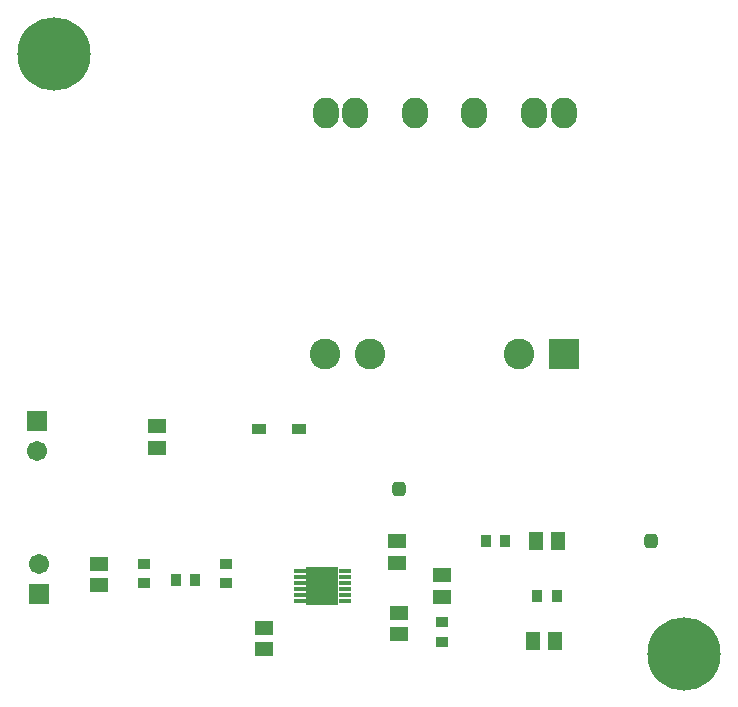
<source format=gts>
G04*
G04 #@! TF.GenerationSoftware,Altium Limited,Altium Designer,20.2.6 (244)*
G04*
G04 Layer_Color=8388736*
%FSLAX25Y25*%
%MOIN*%
G70*
G04*
G04 #@! TF.SameCoordinates,DFA1C72D-2ED7-4C31-8EA1-ECB50900EFAB*
G04*
G04*
G04 #@! TF.FilePolarity,Negative*
G04*
G01*
G75*
%ADD23R,0.04737X0.06115*%
%ADD24R,0.03556X0.04147*%
%ADD25R,0.06115X0.04737*%
%ADD26R,0.04737X0.03556*%
G04:AMPARAMS|DCode=27|XSize=47.37mil|YSize=47.37mil|CornerRadius=13.84mil|HoleSize=0mil|Usage=FLASHONLY|Rotation=90.000|XOffset=0mil|YOffset=0mil|HoleType=Round|Shape=RoundedRectangle|*
%AMROUNDEDRECTD27*
21,1,0.04737,0.01968,0,0,90.0*
21,1,0.01968,0.04737,0,0,90.0*
1,1,0.02769,0.00984,0.00984*
1,1,0.02769,0.00984,-0.00984*
1,1,0.02769,-0.00984,-0.00984*
1,1,0.02769,-0.00984,0.00984*
%
%ADD27ROUNDEDRECTD27*%
%ADD28R,0.04343X0.01784*%
%ADD29R,0.10603X0.12611*%
%ADD30R,0.04147X0.03556*%
%ADD31R,0.06706X0.06706*%
%ADD32C,0.06706*%
%ADD33C,0.24422*%
%ADD34O,0.08674X0.10249*%
%ADD35C,0.10249*%
%ADD36R,0.10249X0.10249*%
%ADD37C,0.02769*%
D23*
X188038Y57494D02*
D03*
X180754D02*
D03*
X179562Y24202D02*
D03*
X186846D02*
D03*
D24*
X180940Y39068D02*
D03*
X187436D02*
D03*
X163799Y57494D02*
D03*
X170295D02*
D03*
X60526Y44390D02*
D03*
X67022D02*
D03*
D25*
X54337Y88421D02*
D03*
Y95704D02*
D03*
X149396Y38852D02*
D03*
Y46136D02*
D03*
X134396Y57494D02*
D03*
Y50210D02*
D03*
X135000Y26358D02*
D03*
Y33642D02*
D03*
X90000Y21358D02*
D03*
Y28642D02*
D03*
X35000Y42717D02*
D03*
Y50000D02*
D03*
D26*
X101594Y95000D02*
D03*
X88406D02*
D03*
D27*
X135000Y75000D02*
D03*
X218912Y57536D02*
D03*
D28*
X101935Y47415D02*
D03*
Y45447D02*
D03*
Y43478D02*
D03*
Y41510D02*
D03*
Y39541D02*
D03*
Y37573D02*
D03*
X116857Y47415D02*
D03*
Y45447D02*
D03*
Y43478D02*
D03*
Y41510D02*
D03*
Y39541D02*
D03*
Y37573D02*
D03*
D29*
X109396Y42494D02*
D03*
D30*
X50000Y50000D02*
D03*
Y43504D02*
D03*
X149396Y23874D02*
D03*
Y30370D02*
D03*
X77305Y43504D02*
D03*
Y50000D02*
D03*
D31*
X14396Y97494D02*
D03*
X15000Y40000D02*
D03*
D32*
X14396Y87494D02*
D03*
X15000Y50000D02*
D03*
D33*
X230000Y20000D02*
D03*
X20000Y220000D02*
D03*
D34*
X140157Y200118D02*
D03*
X159843D02*
D03*
X179842D02*
D03*
X189842D02*
D03*
X120158D02*
D03*
X110630D02*
D03*
D35*
X174843Y119882D02*
D03*
X125157D02*
D03*
X110236D02*
D03*
D36*
X189842D02*
D03*
D37*
X107427Y40525D02*
D03*
Y44462D02*
D03*
X111364D02*
D03*
Y40525D02*
D03*
M02*

</source>
